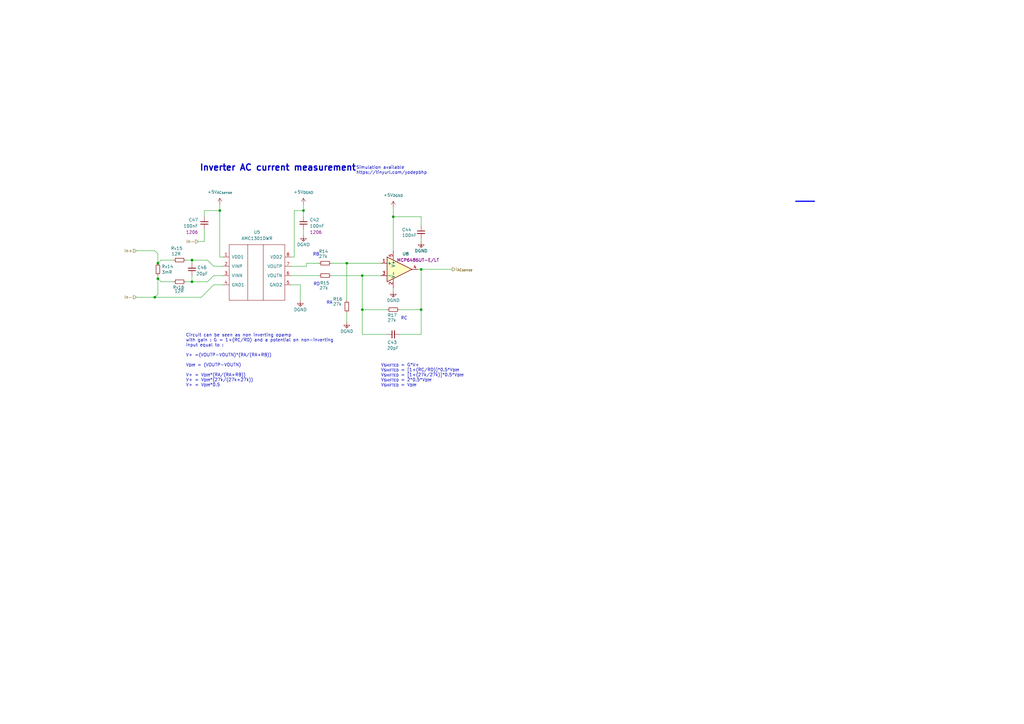
<source format=kicad_sch>
(kicad_sch (version 20250114) (generator "eeschema") (generator_version "9.0")
  (paper "A3")
  (title_block (title "Micro-inverter - 400W") (date "2024-02-06") (comment 1 "JAL"))
  (lib_symbols
    (symbol "Device:C_Small" (pin_numbers (hide yes)) (pin_names (offset 0.254) (hide yes))
      (property "Reference" "C" (at 0.254 1.778 0))
      (property "Value" "C_Small" (at 0.254 -2.032 0))
      (symbol "C_Small_0_1"
        (polyline (pts (xy -1.524 0.508) (xy 1.524 0.508)) (stroke (width 0.3048)))
        (polyline (pts (xy -1.524 -0.508) (xy 1.524 -0.508)) (stroke (width 0.3302)))
      )
      (symbol "C_Small_1_1"
        (pin passive line (at 0 2.54 270) (length 2.032) (name "~") (number "1"))
        (pin passive line (at 0 -2.54 90) (length 2.032) (name "~") (number "2"))
      )
    )
    (symbol "Device:R_Small" (pin_numbers (hide yes)) (pin_names (offset 0.254) (hide yes))
      (property "Reference" "R" (at 0.762 0.508 0))
      (property "Value" "R_Small" (at 0.762 -1.016 0))
      (symbol "R_Small_0_1"
        (rectangle (start -0.762 1.778) (end 0.762 -1.778) (stroke (width 0.2032)))
      )
      (symbol "R_Small_1_1"
        (pin passive line (at 0 2.54 270) (length 0.762) (name "~") (number "1"))
        (pin passive line (at 0 -2.54 90) (length 0.762) (name "~") (number "2"))
      )
    )
    (symbol "R_Small_14" (pin_numbers (hide yes)) (pin_names (offset 0.254) (hide yes))
      (property "Reference" "R" (at 0.762 0.508 0))
      (property "Value" "R_Small_14" (at 0.762 -1.016 0))
      (symbol "R_Small_14_0_1"
        (rectangle (start -0.762 1.778) (end 0.762 -1.778) (stroke (width 0.2032)))
      )
      (symbol "R_Small_14_1_1"
        (pin passive line (at 0 2.54 270) (length 0.762) (name "~") (number "1"))
        (pin passive line (at 0 -2.54 90) (length 0.762) (name "~") (number "2"))
      )
    )
    (symbol "Symbols:+12V_PGND" (power) (in_bom no) (on_board no)
      (property "Value" "+12V_PGND" (at -0.127 3.81 0))
      (symbol "+12V_PGND_0_1"
        (polyline (pts (xy -0.762 1.27) (xy 0 2.54)))
        (polyline (pts (xy 0 2.54) (xy 0.762 1.27)))
        (polyline (pts (xy 0 0) (xy 0 2.54)))
      )
      (symbol "+12V_PGND_1_1"
        (pin power_in line (at 0 0 90) (length 0) (hide yes) (name "+12V_PGND") (number "1"))
      )
    )
    (symbol "Symbols:AMC1100" (pin_names (offset 1.016))
      (property "Reference" "U" (at 0 -6.35 0))
      (property "Value" "AMC1100" (at 0 -8.89 0))
      (symbol "AMC1100_0_1"
        (rectangle (start -11.43 12.7) (end 11.43 -10.16))
        (polyline (pts (xy -3.81 12.7) (xy -3.81 -10.16)))
        (polyline (pts (xy 2.54 12.7) (xy 2.54 -10.16)))
      )
      (symbol "AMC1100_1_1"
        (pin power_in line (at -13.97 7.62 0) (length 2.54) (name "VDD1") (number "1"))
        (pin input line (at -13.97 3.81 0) (length 2.54) (name "VINP") (number "2"))
        (pin input line (at -13.97 0 0) (length 2.54) (name "VINN") (number "3"))
        (pin power_in line (at -13.97 -3.81 0) (length 2.54) (name "GND1") (number "4"))
        (pin power_in line (at 13.97 7.62 180) (length 2.54) (name "VDD2") (number "8"))
        (pin output line (at 13.97 3.81 180) (length 2.54) (name "VOUTP") (number "7"))
        (pin output line (at 13.97 0 180) (length 2.54) (name "VOUTN") (number "6"))
        (pin power_in line (at 13.97 -3.81 180) (length 2.54) (name "GND2") (number "5"))
      )
    )
    (symbol "Symbols:DGND" (power) (pin_names (offset 0))
      (property "Value" "DGND" (at 0 -3.81 0))
      (symbol "DGND_0_0"
        (text "D" (at 0 -1.778 0) (effects (font (size 0.63 0.63))))
      )
      (symbol "DGND_0_1"
        (polyline (pts (xy 0 0) (xy 0 -1.27) (xy 1.27 -1.27) (xy 0 -2.54) (xy -1.27 -1.27) (xy 0 -1.27)))
      )
      (symbol "DGND_1_1"
        (pin power_in line (at 0 0 270) (length 0) (hide yes) (name "DGND") (number "1"))
      )
    )
    (symbol "Symbols:MCP6486UT-E/LT " (pin_names (offset 0.127))
      (property "Reference" "U205" (at 3.81 7.62 0))
      (property "manf#" "MCP6486UT-E/LT " (at 12.7 5.08 0))
      (symbol "MCP6486UT-E/LT _0_1"
        (polyline (pts (xy -2.54 5.08) (xy -2.54 -5.08) (xy 7.62 0) (xy -2.54 5.08)) (stroke (width 0.254)) (fill (type background)))
      )
      (symbol "MCP6486UT-E/LT _1_1"
        (pin input line (at -5.08 2.54 0) (length 2.54) (name "+") (number "1"))
        (pin input line (at -5.08 -2.54 0) (length 2.54) (name "-") (number "3"))
        (pin power_in line (at 0 7.62 270) (length 3.81) (name "V+") (number "5"))
        (pin power_in line (at 0 -7.62 90) (length 3.81) (name "V-") (number "2"))
        (pin output line (at 10.16 0 180) (length 2.54) (name "~") (number "4"))
      )
    )
  )
  (text "Simulation available\nhttps://tinyurl.com/yodepbhp\n\n" (at 146.05 73.66 0) (effects (font (size 1.27 1.27)) (justify left bottom)))
  (text "RD" (at 128.524 117.348 0) (effects (font (size 1.27 1.27)) (justify left bottom)))
  (text "RB" (at 128.27 105.156 0) (effects (font (size 1.27 1.27)) (justify left bottom)))
  (text "Circuit can be seen as non inverting opamp\nwith gain : G = 1+(RC/RD) and a potential on non-inverting\ninput equal to :\n\nV+ =(VOUTP-VOUTN)*(RA/(RA+RB))\n\nV_{Diff} = (VOUTP-VOUTN)\n\nV+ = V_{Diff}*(RA/(RA+RB))\nV+ = V_{Diff}*(27k/(27k+27k))\nV+ = V_{Diff}*0.5" (at 76.2 158.75 0) (effects (font (size 1.27 1.27)) (justify left bottom)))
  (text "V_{SHIFTED} = G*V+\nV_{SHIFTED} = [1+(RC/RD)]*0.5*V_{Diff}\nV_{SHIFTED} = [1+(27k/27k)]*0.5*V_{Diff}\nV_{SHIFTED} = 2*0.5*V_{Diff}\nV_{SHIFTED} = V_{Diff}" (at 156.21 158.75 0) (effects (font (size 1.27 1.27)) (justify left bottom)))
  (text "RA" (at 133.858 124.968 0) (effects (font (size 1.27 1.27)) (justify left bottom)))
  (text "Inverter AC current measurement" (at 81.788 70.358 0) (effects (font (size 2.54 2.54) (thickness 0.5) (bold yes)) (justify left bottom)))
  (text "RC" (at 164.338 131.318 0) (effects (font (size 1.27 1.27)) (justify left bottom)))
  (junction (at 161.29 88.9))
  (junction (at 64.77 107.95))
  (junction (at 172.72 127))
  (junction (at 142.24 107.95))
  (junction (at 78.74 106.68))
  (junction (at 78.74 115.57))
  (junction (at 124.46 86.36))
  (junction (at 148.59 127))
  (junction (at 90.17 86.36))
  (junction (at 64.77 114.3))
  (junction (at 172.72 110.49))
  (junction (at 148.59 113.03))
  (junction (at 63.5 121.92))
  (wire (pts (xy 163.83 127) (xy 172.72 127)))
  (wire (pts (xy 124.46 86.36) (xy 120.65 86.36)))
  (wire (pts (xy 119.38 105.41) (xy 120.65 105.41)))
  (wire (pts (xy 125.73 109.22) (xy 119.38 109.22)))
  (wire (pts (xy 148.59 127) (xy 148.59 137.16)))
  (wire (pts (xy 142.24 128.27) (xy 142.24 132.08)))
  (wire (pts (xy 63.5 121.92) (xy 55.88 121.92)) (stroke (width 0.1524)))
  (wire (pts (xy 161.29 85.09) (xy 161.29 88.9)))
  (wire (pts (xy 78.74 106.68) (xy 85.09 106.68)))
  (wire (pts (xy 76.2 115.57) (xy 78.74 115.57)))
  (wire (pts (xy 172.72 97.79) (xy 172.72 99.06)))
  (wire (pts (xy 66.04 106.68) (xy 71.12 106.68)))
  (wire (pts (xy 142.24 107.95) (xy 156.21 107.95)))
  (wire (pts (xy 85.09 115.57) (xy 87.63 113.03)))
  (wire (pts (xy 123.19 116.84) (xy 123.19 123.19)))
  (wire (pts (xy 172.72 110.49) (xy 185.42 110.49)))
  (wire (pts (xy 64.77 104.14) (xy 64.77 107.95)))
  (wire (pts (xy 90.17 86.36) (xy 90.17 105.41)))
  (wire (pts (xy 85.09 106.68) (xy 87.63 109.22)))
  (wire (pts (xy 87.63 109.22) (xy 91.44 109.22)))
  (wire (pts (xy 63.5 121.92) (xy 82.55 121.92)))
  (wire (pts (xy 119.38 113.03) (xy 130.81 113.03)))
  (wire (pts (xy 90.17 105.41) (xy 91.44 105.41)))
  (wire (pts (xy 158.75 137.16) (xy 148.59 137.16)))
  (wire (pts (xy 64.77 107.95) (xy 66.04 106.68)))
  (wire (pts (xy 130.81 107.95) (xy 125.73 107.95)))
  (wire (pts (xy 148.59 113.03) (xy 156.21 113.03)))
  (wire (pts (xy 148.59 127) (xy 158.75 127)))
  (wire (pts (xy 64.77 120.65) (xy 63.5 121.92)) (stroke (width 0.1524)))
  (wire (pts (xy 172.72 88.9) (xy 172.72 92.71)))
  (wire (pts (xy 78.74 106.68) (xy 78.74 107.95)))
  (wire (pts (xy 124.46 83.82) (xy 124.46 86.36)))
  (wire (pts (xy 55.88 102.87) (xy 63.5 102.87)))
  (wire (pts (xy 64.77 114.3) (xy 66.04 115.57)) (stroke (width 0.1524)))
  (wire (pts (xy 171.45 110.49) (xy 172.72 110.49)))
  (wire (pts (xy 64.77 114.3) (xy 64.77 120.65)) (stroke (width 0.1524)))
  (wire (pts (xy 78.74 115.57) (xy 85.09 115.57)))
  (wire (pts (xy 148.59 113.03) (xy 148.59 127)))
  (wire (pts (xy 120.65 86.36) (xy 120.65 105.41)))
  (wire (pts (xy 135.89 107.95) (xy 142.24 107.95)))
  (wire (pts (xy 142.24 123.19) (xy 142.24 107.95)))
  (wire (pts (xy 83.82 86.36) (xy 90.17 86.36)))
  (wire (pts (xy 83.82 99.06) (xy 81.28 99.06)) (stroke (width 0.1524)))
  (wire (pts (xy 124.46 86.36) (xy 124.46 88.9)))
  (wire (pts (xy 78.74 113.03) (xy 78.74 115.57)))
  (wire (pts (xy 124.46 93.98) (xy 124.46 96.52)))
  (wire (pts (xy 64.77 113.03) (xy 64.77 114.3)) (stroke (width 0.1524)))
  (wire (pts (xy 172.72 127) (xy 172.72 137.16)))
  (wire (pts (xy 87.63 113.03) (xy 91.44 113.03)))
  (wire (pts (xy 135.89 113.03) (xy 148.59 113.03)))
  (wire (pts (xy 87.63 116.84) (xy 82.55 121.92)))
  (wire (pts (xy 87.63 116.84) (xy 91.44 116.84)))
  (wire (pts (xy 161.29 118.11) (xy 161.29 119.38)))
  (wire (pts (xy 63.5 102.87) (xy 64.77 104.14)))
  (wire (pts (xy 83.82 93.98) (xy 83.82 99.06)))
  (wire (pts (xy 161.29 88.9) (xy 161.29 102.87)))
  (wire (pts (xy 125.73 107.95) (xy 125.73 109.22)))
  (wire (pts (xy 172.72 88.9) (xy 161.29 88.9)))
  (wire (pts (xy 172.72 110.49) (xy 172.72 127)))
  (wire (pts (xy 76.2 106.68) (xy 78.74 106.68)))
  (wire (pts (xy 83.82 86.36) (xy 83.82 88.9)))
  (wire (pts (xy 119.38 116.84) (xy 123.19 116.84)))
  (wire (pts (xy 90.17 83.82) (xy 90.17 86.36)))
  (wire (pts (xy 66.04 115.57) (xy 71.12 115.57)) (stroke (width 0.1524)))
  (wire (pts (xy 163.83 137.16) (xy 172.72 137.16)))
  (wire (pts (xy 326.39 82.55) (xy 334.01 82.55)) (stroke (width 0.5) (color 0 0 255 1)))
  (hierarchical_label "In-" (shape input) (at 81.28 99.06 180))
  (hierarchical_label "In+" (shape input) (at 55.88 102.87 180))
  (hierarchical_label "In-" (shape input) (at 55.88 121.92 180))
  (hierarchical_label "I_{ACsense}" (shape output) (at 185.42 110.49 0))
  (symbol (lib_name "R_Small_14") (lib_id "Device:R_Small") (at 133.35 107.95 90) (unit 1)
    (property "Reference" "R14" (at 134.62 103.124 90) (effects (justify left)))
    (property "Value" "27k" (at 134.366 105.156 90) (effects (justify left)))
    (property "Footprint" "Footprints:R_0805_2012Metric" (effects (hide yes)))
    (property "Datasheet" "${KIPRJMOD}\\datasheet\\PYu_RT_1_to_0_01_RoHS_L_12-3003070.pdf" (effects (hide yes)))
    (property "manf#" "RT0805DRD0727KL" (effects (hide yes)))
    (property "Package" "0805" (effects (hide yes)))
    (property "Technology" "Thin film" (effects (hide yes)))
  )
  (symbol (lib_id "Symbols:DGND") (at 161.29 119.38 0) (unit 1)
    (property "Reference" "#PWR031" (effects (hide yes)))
    (property "Value" "DGND" (at 161.29 123.19 0))
  )
  (symbol (lib_id "Symbols:DGND") (at 172.72 99.06 0) (unit 1)
    (property "Reference" "#PWR032" (effects (hide yes)))
    (property "Value" "DGND" (at 172.72 102.87 0))
  )
  (symbol (lib_id "Device:R_Small") (at 73.66 106.68 90) (mirror x) (unit 1)
    (property "Reference" "Rv15" (at 74.9046 101.854 90) (effects (justify left)))
    (property "Value" "12R" (at 74.168 104.14 90) (effects (justify left)))
    (property "Footprint" "Resistor_SMD:R_0805_2012Metric" (effects (hide yes)))
  )
  (symbol (lib_id "Symbols:+12V_PGND") (at 90.17 83.82 0) (unit 1) (in_bom no) (on_board no)
    (property "Reference" "#PWR033" (effects (hide yes)))
    (property "Value" "+5V_{ACsense}" (at 90.17 78.74 0))
  )
  (symbol (lib_id "Symbols:DGND") (at 124.46 96.52 0) (unit 1)
    (property "Reference" "#PWR028" (effects (hide yes)))
    (property "Value" "DGND" (at 124.46 100.33 0))
  )
  (symbol (lib_id "Symbols:+12V_PGND") (at 161.29 85.09 0) (unit 1) (in_bom no) (on_board no)
    (property "Reference" "#PWR030" (effects (hide yes)))
    (property "Value" "+5V_{DGND}" (at 161.29 80.01 0))
  )
  (symbol (lib_name "R_Small_14") (lib_id "Device:R_Small") (at 133.35 113.03 90) (unit 1)
    (property "Reference" "R15" (at 135.128 116.078 90) (effects (justify left)))
    (property "Value" "27k" (at 134.62 118.11 90) (effects (justify left)))
    (property "Footprint" "Footprints:R_0805_2012Metric" (effects (hide yes)))
    (property "Datasheet" "${KIPRJMOD}\\datasheet\\PYu_RT_1_to_0_01_RoHS_L_12-3003070.pdf" (effects (hide yes)))
    (property "manf#" "RT0805DRD0727KL" (effects (hide yes)))
    (property "Package" "0805" (effects (hide yes)))
    (property "Technology" "Thin film" (effects (hide yes)))
  )
  (symbol (lib_id "Symbols:AMC1100") (at 105.41 113.03 0) (unit 1)
    (property "Reference" "U5" (at 105.41 95.25 0))
    (property "Value" "AMC1301DWR" (at 105.41 97.79 0))
    (property "Footprint" "Package_SO:SOIC-8_7.5x5.85mm_P1.27mm" (effects (hide yes)))
    (property "Datasheet" "https://www.ti.com/lit/ds/symlink/amc1100.pdf?ts=1597048467257&ref_url=https%253A%252F%252Fwww.google.com%252F" (effects (hide yes)))
    (property "Description" "±250-mV input  Fixed gain:8 (0.5%Accuracy) Fully-Differential Isolation Amplifier" (effects (hide yes)))
    (property "LCSC" "C190273" (effects (hide yes)))
  )
  (symbol (lib_id "Device:C_Small") (at 124.46 91.44 0) (mirror x) (unit 1)
    (property "Reference" "C42" (at 127 90.17 0) (effects (justify left)))
    (property "Value" "100nF" (at 127 92.71 0) (effects (justify left)))
    (property "Footprint" "Capacitor_SMD:C_1206_3216Metric" (effects (hide yes)))
    (property "Datasheet" "${KIPRJMOD}\\datasheet\\KEM_C1002_X7R_SMD-3316098.pdf" (effects (hide yes)))
    (property "manf#" "C1206C104K5RAC7867" (effects (hide yes)))
    (property "Voltage" "50V" (effects (hide yes)))
    (property "Package" "1206" (at 129.54 95.25 0))
    (property "Functional Block" "Measurement" (effects (hide yes)))
    (property "Metal content" "BaTiO3" (effects (hide yes)))
    (property "Subfunction" "VIHigh measure" (effects (hide yes)))
    (property "Dielectric" "X7R" (effects (hide yes)))
    (property "LCSC" "C5449000" (effects (hide yes)))
  )
  (symbol (lib_id "Device:C_Small") (at 83.82 91.44 180) (unit 1)
    (property "Reference" "C47" (at 81.28 90.17 0) (effects (justify left)))
    (property "Value" "100nF" (at 81.28 92.71 0) (effects (justify left)))
    (property "Footprint" "Capacitor_SMD:C_1206_3216Metric" (effects (hide yes)))
    (property "Datasheet" "${KIPRJMOD}\\datasheet\\KEM_C1002_X7R_SMD-3316098.pdf" (effects (hide yes)))
    (property "manf#" "C1206C104K5RAC7867" (effects (hide yes)))
    (property "Voltage" "50V" (effects (hide yes)))
    (property "Package" "1206" (at 78.74 95.25 0))
    (property "Functional Block" "Measurement" (effects (hide yes)))
    (property "Metal content" "BaTiO3" (effects (hide yes)))
    (property "Subfunction" "VIHigh measure" (effects (hide yes)))
    (property "Dielectric" "X7R" (effects (hide yes)))
    (property "LCSC" "C5449000" (effects (hide yes)))
  )
  (symbol (lib_id "Symbols:+12V_PGND") (at 124.46 83.82 0) (unit 1) (in_bom no) (on_board no)
    (property "Reference" "#PWR027" (effects (hide yes)))
    (property "Value" "+5V_{DGND}" (at 124.46 78.74 0))
  )
  (symbol (lib_id "Device:R_Small") (at 73.66 115.57 90) (unit 1)
    (property "Reference" "Rv16" (at 75.692 117.856 90) (effects (justify left)))
    (property "Value" "12R" (at 75.438 119.38 90) (effects (justify left)))
    (property "Footprint" "Resistor_SMD:R_0805_2012Metric" (effects (hide yes)))
  )
  (symbol (lib_id "Device:C_Small") (at 161.29 137.16 90) (unit 1)
    (property "Reference" "C43" (at 162.814 140.462 90) (effects (justify left)))
    (property "Value" "20pF" (at 163.576 142.748 90) (effects (justify left)))
    (property "Footprint" "Footprints:C_0805_2012Metric" (effects (hide yes)))
    (property "Datasheet" "${KIPRJMOD}\\datasheet\\UPY_GP_NP0_16V_to_50V_18-1730511.pdf" (effects (hide yes)))
    (property "manf#" "CC0805JRNPO9BN200" (effects (hide yes)))
    (property "Package" "0805" (effects (hide yes)))
    (property "Dielectric" "NP0" (effects (hide yes)))
    (property "Voltage" "50V" (effects (hide yes)))
  )
  (symbol (lib_id "Device:C_Small") (at 172.72 95.25 0) (unit 1)
    (property "Reference" "C44" (at 164.846 94.234 0) (effects (justify left)))
    (property "Value" "100nF" (at 164.846 96.52 0) (effects (justify left)))
    (property "Footprint" "Capacitor_SMD:C_0805_2012Metric" (effects (hide yes)))
    (property "Datasheet" "${KIPRJMOD}\\datasheet\\KEM_C1002_X7R_SMD-3316098.pdf" (effects (hide yes)))
    (property "manf#" "C1206C104K5RAC7867" (effects (hide yes)))
    (property "Voltage" "50V" (effects (hide yes)))
    (property "Package" "1206" (effects (hide yes)))
    (property "Dielectric" "X7R" (effects (hide yes)))
    (property "LCSC" "C5449000" (effects (hide yes)))
  )
  (symbol (lib_id "Symbols:DGND") (at 142.24 132.08 0) (unit 1)
    (property "Reference" "#PWR029" (effects (hide yes)))
    (property "Value" "DGND" (at 142.24 135.89 0))
  )
  (symbol (lib_id "Device:R_Small") (at 142.24 125.73 0) (mirror y) (unit 1)
    (property "Reference" "R16" (at 140.462 122.682 0) (effects (justify left)))
    (property "Value" "27k" (at 140.208 124.714 0) (effects (justify left)))
    (property "Footprint" "Footprints:R_0805_2012Metric" (effects (hide yes)))
    (property "Datasheet" "${KIPRJMOD}\\datasheet\\PYu_RT_1_to_0_01_RoHS_L_12-3003070.pdf" (effects (hide yes)))
    (property "manf#" "RT0805DRD0727KL" (effects (hide yes)))
    (property "Package" "0805" (effects (hide yes)))
    (property "Technology" "Thin film" (effects (hide yes)))
  )
  (symbol (lib_id "Symbols:MCP6486UT-E/LT ") (at 161.29 110.49 0) (unit 1)
    (property "Reference" "U8" (at 166.37 104.14 0))
    (property "Value" "MCP6486UT-E/LT" (effects (hide yes)))
    (property "Footprint" "Package_TO_SOT_SMD:SOT-353_SC-70-5_Handsoldering" (effects (hide yes)))
    (property "Datasheet" "${KIPRJMOD}\\datasheets\\MCP6486.pdf" (effects (hide yes)))
    (property "manf#" "MCP6486UT-E/LT" (at 171.45 106.68 0))
    (property "Functional Block" "Measurement" (effects (hide yes)))
    (property "Subfunction" "IILow Measure" (effects (hide yes)))
    (property "LCSC" "C5224800" (effects (hide yes)))
  )
  (symbol (lib_id "Device:R_Small") (at 64.77 110.49 0) (unit 1)
    (property "Reference" "Rv14" (at 66.2686 109.3216 0) (effects (justify left)))
    (property "Value" "3mR" (at 66.2686 111.633 0) (effects (justify left)))
    (property "Footprint" "Resistor_SMD:R_0805_2012Metric" (effects (hide yes)))
  )
  (symbol (lib_id "Device:R_Small") (at 161.29 127 90) (unit 1)
    (property "Reference" "R17" (at 162.814 129.286 90) (effects (justify left)))
    (property "Value" "27k" (at 162.56 131.318 90) (effects (justify left)))
    (property "Footprint" "Footprints:R_0805_2012Metric" (effects (hide yes)))
    (property "Datasheet" "${KIPRJMOD}\\datasheet\\PYu_RT_1_to_0_01_RoHS_L_12-3003070.pdf" (effects (hide yes)))
    (property "manf#" "RT0805DRD0727KL" (effects (hide yes)))
    (property "Package" "0805" (effects (hide yes)))
    (property "Technology" "Thin film" (effects (hide yes)))
  )
  (symbol (lib_id "Symbols:DGND") (at 123.19 123.19 0) (unit 1)
    (property "Reference" "#PWR026" (effects (hide yes)))
    (property "Value" "DGND" (at 123.19 127 0))
  )
  (symbol (lib_id "Device:C_Small") (at 78.74 110.49 180) (unit 1)
    (property "Reference" "C46" (at 84.836 109.728 0) (effects (justify left)))
    (property "Value" "20pF" (at 85.344 112.268 0) (effects (justify left)))
    (property "Footprint" "Footprints:C_0805_2012Metric" (effects (hide yes)))
    (property "Datasheet" "${KIPRJMOD}\\datasheet\\UPY_GP_NP0_16V_to_50V_18-1730511.pdf" (effects (hide yes)))
    (property "manf#" "CC0805JRNPO9BN200" (effects (hide yes)))
    (property "Package" "0805" (effects (hide yes)))
    (property "Dielectric" "NP0" (effects (hide yes)))
    (property "Voltage" "50V" (effects (hide yes)))
  )
)
</source>
